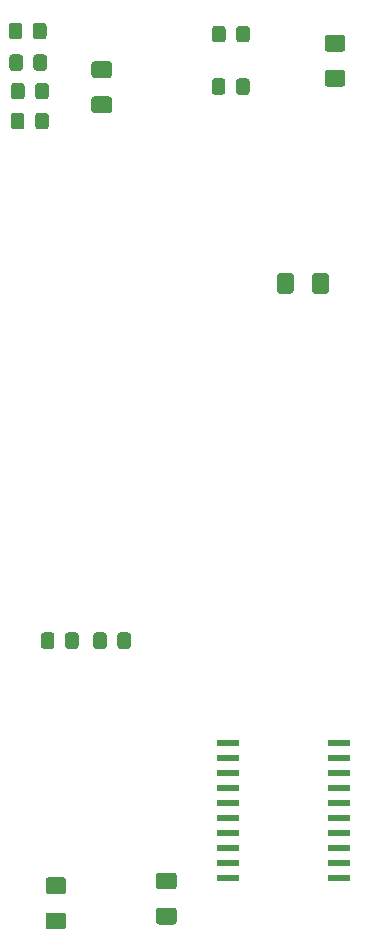
<source format=gbr>
%TF.GenerationSoftware,KiCad,Pcbnew,5.1.9+dfsg1-1+deb11u1*%
%TF.CreationDate,2024-10-31T16:52:42-07:00*%
%TF.ProjectId,8051,38303531-2e6b-4696-9361-645f70636258,rev?*%
%TF.SameCoordinates,Original*%
%TF.FileFunction,Paste,Bot*%
%TF.FilePolarity,Positive*%
%FSLAX46Y46*%
G04 Gerber Fmt 4.6, Leading zero omitted, Abs format (unit mm)*
G04 Created by KiCad (PCBNEW 5.1.9+dfsg1-1+deb11u1) date 2024-10-31 16:52:42*
%MOMM*%
%LPD*%
G01*
G04 APERTURE LIST*
%ADD10R,1.950000X0.600000*%
G04 APERTURE END LIST*
%TO.C,C8*%
G36*
G01*
X102875000Y-68775000D02*
X104125000Y-68775000D01*
G75*
G02*
X104375000Y-69025000I0J-250000D01*
G01*
X104375000Y-69950000D01*
G75*
G02*
X104125000Y-70200000I-250000J0D01*
G01*
X102875000Y-70200000D01*
G75*
G02*
X102625000Y-69950000I0J250000D01*
G01*
X102625000Y-69025000D01*
G75*
G02*
X102875000Y-68775000I250000J0D01*
G01*
G37*
G36*
G01*
X102875000Y-65800000D02*
X104125000Y-65800000D01*
G75*
G02*
X104375000Y-66050000I0J-250000D01*
G01*
X104375000Y-66975000D01*
G75*
G02*
X104125000Y-67225000I-250000J0D01*
G01*
X102875000Y-67225000D01*
G75*
G02*
X102625000Y-66975000I0J250000D01*
G01*
X102625000Y-66050000D01*
G75*
G02*
X102875000Y-65800000I250000J0D01*
G01*
G37*
%TD*%
%TO.C,R9*%
G36*
G01*
X96959000Y-70415999D02*
X96959000Y-71316001D01*
G75*
G02*
X96709001Y-71566000I-249999J0D01*
G01*
X96058999Y-71566000D01*
G75*
G02*
X95809000Y-71316001I0J249999D01*
G01*
X95809000Y-70415999D01*
G75*
G02*
X96058999Y-70166000I249999J0D01*
G01*
X96709001Y-70166000D01*
G75*
G02*
X96959000Y-70415999I0J-249999D01*
G01*
G37*
G36*
G01*
X99009000Y-70415999D02*
X99009000Y-71316001D01*
G75*
G02*
X98759001Y-71566000I-249999J0D01*
G01*
X98108999Y-71566000D01*
G75*
G02*
X97859000Y-71316001I0J249999D01*
G01*
X97859000Y-70415999D01*
G75*
G02*
X98108999Y-70166000I249999J0D01*
G01*
X98759001Y-70166000D01*
G75*
G02*
X99009000Y-70415999I0J-249999D01*
G01*
G37*
%TD*%
%TO.C,R8*%
G36*
G01*
X96968000Y-67875999D02*
X96968000Y-68776001D01*
G75*
G02*
X96718001Y-69026000I-249999J0D01*
G01*
X96067999Y-69026000D01*
G75*
G02*
X95818000Y-68776001I0J249999D01*
G01*
X95818000Y-67875999D01*
G75*
G02*
X96067999Y-67626000I249999J0D01*
G01*
X96718001Y-67626000D01*
G75*
G02*
X96968000Y-67875999I0J-249999D01*
G01*
G37*
G36*
G01*
X99018000Y-67875999D02*
X99018000Y-68776001D01*
G75*
G02*
X98768001Y-69026000I-249999J0D01*
G01*
X98117999Y-69026000D01*
G75*
G02*
X97868000Y-68776001I0J249999D01*
G01*
X97868000Y-67875999D01*
G75*
G02*
X98117999Y-67626000I249999J0D01*
G01*
X98768001Y-67626000D01*
G75*
G02*
X99018000Y-67875999I0J-249999D01*
G01*
G37*
%TD*%
%TO.C,R7*%
G36*
G01*
X96823000Y-65462999D02*
X96823000Y-66363001D01*
G75*
G02*
X96573001Y-66613000I-249999J0D01*
G01*
X95922999Y-66613000D01*
G75*
G02*
X95673000Y-66363001I0J249999D01*
G01*
X95673000Y-65462999D01*
G75*
G02*
X95922999Y-65213000I249999J0D01*
G01*
X96573001Y-65213000D01*
G75*
G02*
X96823000Y-65462999I0J-249999D01*
G01*
G37*
G36*
G01*
X98873000Y-65462999D02*
X98873000Y-66363001D01*
G75*
G02*
X98623001Y-66613000I-249999J0D01*
G01*
X97972999Y-66613000D01*
G75*
G02*
X97723000Y-66363001I0J249999D01*
G01*
X97723000Y-65462999D01*
G75*
G02*
X97972999Y-65213000I249999J0D01*
G01*
X98623001Y-65213000D01*
G75*
G02*
X98873000Y-65462999I0J-249999D01*
G01*
G37*
%TD*%
%TO.C,R1*%
G36*
G01*
X96775000Y-62799999D02*
X96775000Y-63700001D01*
G75*
G02*
X96525001Y-63950000I-249999J0D01*
G01*
X95874999Y-63950000D01*
G75*
G02*
X95625000Y-63700001I0J249999D01*
G01*
X95625000Y-62799999D01*
G75*
G02*
X95874999Y-62550000I249999J0D01*
G01*
X96525001Y-62550000D01*
G75*
G02*
X96775000Y-62799999I0J-249999D01*
G01*
G37*
G36*
G01*
X98825000Y-62799999D02*
X98825000Y-63700001D01*
G75*
G02*
X98575001Y-63950000I-249999J0D01*
G01*
X97924999Y-63950000D01*
G75*
G02*
X97675000Y-63700001I0J249999D01*
G01*
X97675000Y-62799999D01*
G75*
G02*
X97924999Y-62550000I249999J0D01*
G01*
X98575001Y-62550000D01*
G75*
G02*
X98825000Y-62799999I0J-249999D01*
G01*
G37*
%TD*%
%TO.C,R6*%
G36*
G01*
X103935000Y-114408799D02*
X103935000Y-115308801D01*
G75*
G02*
X103685001Y-115558800I-249999J0D01*
G01*
X103034999Y-115558800D01*
G75*
G02*
X102785000Y-115308801I0J249999D01*
G01*
X102785000Y-114408799D01*
G75*
G02*
X103034999Y-114158800I249999J0D01*
G01*
X103685001Y-114158800D01*
G75*
G02*
X103935000Y-114408799I0J-249999D01*
G01*
G37*
G36*
G01*
X105985000Y-114408799D02*
X105985000Y-115308801D01*
G75*
G02*
X105735001Y-115558800I-249999J0D01*
G01*
X105084999Y-115558800D01*
G75*
G02*
X104835000Y-115308801I0J249999D01*
G01*
X104835000Y-114408799D01*
G75*
G02*
X105084999Y-114158800I249999J0D01*
G01*
X105735001Y-114158800D01*
G75*
G02*
X105985000Y-114408799I0J-249999D01*
G01*
G37*
%TD*%
%TO.C,R4*%
G36*
G01*
X99490000Y-114408799D02*
X99490000Y-115308801D01*
G75*
G02*
X99240001Y-115558800I-249999J0D01*
G01*
X98589999Y-115558800D01*
G75*
G02*
X98340000Y-115308801I0J249999D01*
G01*
X98340000Y-114408799D01*
G75*
G02*
X98589999Y-114158800I249999J0D01*
G01*
X99240001Y-114158800D01*
G75*
G02*
X99490000Y-114408799I0J-249999D01*
G01*
G37*
G36*
G01*
X101540000Y-114408799D02*
X101540000Y-115308801D01*
G75*
G02*
X101290001Y-115558800I-249999J0D01*
G01*
X100639999Y-115558800D01*
G75*
G02*
X100390000Y-115308801I0J249999D01*
G01*
X100390000Y-114408799D01*
G75*
G02*
X100639999Y-114158800I249999J0D01*
G01*
X101290001Y-114158800D01*
G75*
G02*
X101540000Y-114408799I0J-249999D01*
G01*
G37*
%TD*%
%TO.C,R3*%
G36*
G01*
X113968000Y-67494999D02*
X113968000Y-68395001D01*
G75*
G02*
X113718001Y-68645000I-249999J0D01*
G01*
X113067999Y-68645000D01*
G75*
G02*
X112818000Y-68395001I0J249999D01*
G01*
X112818000Y-67494999D01*
G75*
G02*
X113067999Y-67245000I249999J0D01*
G01*
X113718001Y-67245000D01*
G75*
G02*
X113968000Y-67494999I0J-249999D01*
G01*
G37*
G36*
G01*
X116018000Y-67494999D02*
X116018000Y-68395001D01*
G75*
G02*
X115768001Y-68645000I-249999J0D01*
G01*
X115117999Y-68645000D01*
G75*
G02*
X114868000Y-68395001I0J249999D01*
G01*
X114868000Y-67494999D01*
G75*
G02*
X115117999Y-67245000I249999J0D01*
G01*
X115768001Y-67245000D01*
G75*
G02*
X116018000Y-67494999I0J-249999D01*
G01*
G37*
%TD*%
%TO.C,R2*%
G36*
G01*
X113986000Y-63049999D02*
X113986000Y-63950001D01*
G75*
G02*
X113736001Y-64200000I-249999J0D01*
G01*
X113085999Y-64200000D01*
G75*
G02*
X112836000Y-63950001I0J249999D01*
G01*
X112836000Y-63049999D01*
G75*
G02*
X113085999Y-62800000I249999J0D01*
G01*
X113736001Y-62800000D01*
G75*
G02*
X113986000Y-63049999I0J-249999D01*
G01*
G37*
G36*
G01*
X116036000Y-63049999D02*
X116036000Y-63950001D01*
G75*
G02*
X115786001Y-64200000I-249999J0D01*
G01*
X115135999Y-64200000D01*
G75*
G02*
X114886000Y-63950001I0J249999D01*
G01*
X114886000Y-63049999D01*
G75*
G02*
X115135999Y-62800000I249999J0D01*
G01*
X115786001Y-62800000D01*
G75*
G02*
X116036000Y-63049999I0J-249999D01*
G01*
G37*
%TD*%
%TO.C,C7*%
G36*
G01*
X98993800Y-137869900D02*
X100243800Y-137869900D01*
G75*
G02*
X100493800Y-138119900I0J-250000D01*
G01*
X100493800Y-139044900D01*
G75*
G02*
X100243800Y-139294900I-250000J0D01*
G01*
X98993800Y-139294900D01*
G75*
G02*
X98743800Y-139044900I0J250000D01*
G01*
X98743800Y-138119900D01*
G75*
G02*
X98993800Y-137869900I250000J0D01*
G01*
G37*
G36*
G01*
X98993800Y-134894900D02*
X100243800Y-134894900D01*
G75*
G02*
X100493800Y-135144900I0J-250000D01*
G01*
X100493800Y-136069900D01*
G75*
G02*
X100243800Y-136319900I-250000J0D01*
G01*
X98993800Y-136319900D01*
G75*
G02*
X98743800Y-136069900I0J250000D01*
G01*
X98743800Y-135144900D01*
G75*
G02*
X98993800Y-134894900I250000J0D01*
G01*
G37*
%TD*%
%TO.C,C6*%
G36*
G01*
X108341000Y-137463500D02*
X109591000Y-137463500D01*
G75*
G02*
X109841000Y-137713500I0J-250000D01*
G01*
X109841000Y-138638500D01*
G75*
G02*
X109591000Y-138888500I-250000J0D01*
G01*
X108341000Y-138888500D01*
G75*
G02*
X108091000Y-138638500I0J250000D01*
G01*
X108091000Y-137713500D01*
G75*
G02*
X108341000Y-137463500I250000J0D01*
G01*
G37*
G36*
G01*
X108341000Y-134488500D02*
X109591000Y-134488500D01*
G75*
G02*
X109841000Y-134738500I0J-250000D01*
G01*
X109841000Y-135663500D01*
G75*
G02*
X109591000Y-135913500I-250000J0D01*
G01*
X108341000Y-135913500D01*
G75*
G02*
X108091000Y-135663500I0J250000D01*
G01*
X108091000Y-134738500D01*
G75*
G02*
X108341000Y-134488500I250000J0D01*
G01*
G37*
%TD*%
%TO.C,C5*%
G36*
G01*
X119759100Y-83982400D02*
X119759100Y-85232400D01*
G75*
G02*
X119509100Y-85482400I-250000J0D01*
G01*
X118584100Y-85482400D01*
G75*
G02*
X118334100Y-85232400I0J250000D01*
G01*
X118334100Y-83982400D01*
G75*
G02*
X118584100Y-83732400I250000J0D01*
G01*
X119509100Y-83732400D01*
G75*
G02*
X119759100Y-83982400I0J-250000D01*
G01*
G37*
G36*
G01*
X122734100Y-83982400D02*
X122734100Y-85232400D01*
G75*
G02*
X122484100Y-85482400I-250000J0D01*
G01*
X121559100Y-85482400D01*
G75*
G02*
X121309100Y-85232400I0J250000D01*
G01*
X121309100Y-83982400D01*
G75*
G02*
X121559100Y-83732400I250000J0D01*
G01*
X122484100Y-83732400D01*
G75*
G02*
X122734100Y-83982400I0J-250000D01*
G01*
G37*
%TD*%
D10*
%TO.C,U4*%
X123598400Y-134924800D03*
X123598400Y-133654800D03*
X123598400Y-132384800D03*
X123598400Y-131114800D03*
X123598400Y-129844800D03*
X123598400Y-128574800D03*
X123598400Y-127304800D03*
X123598400Y-126034800D03*
X123598400Y-124764800D03*
X123598400Y-123494800D03*
X114198400Y-123494800D03*
X114198400Y-124764800D03*
X114198400Y-126034800D03*
X114198400Y-127304800D03*
X114198400Y-128574800D03*
X114198400Y-129844800D03*
X114198400Y-131114800D03*
X114198400Y-132384800D03*
X114198400Y-133654800D03*
X114198400Y-134924800D03*
%TD*%
%TO.C,C3*%
G36*
G01*
X122625000Y-66537500D02*
X123875000Y-66537500D01*
G75*
G02*
X124125000Y-66787500I0J-250000D01*
G01*
X124125000Y-67712500D01*
G75*
G02*
X123875000Y-67962500I-250000J0D01*
G01*
X122625000Y-67962500D01*
G75*
G02*
X122375000Y-67712500I0J250000D01*
G01*
X122375000Y-66787500D01*
G75*
G02*
X122625000Y-66537500I250000J0D01*
G01*
G37*
G36*
G01*
X122625000Y-63562500D02*
X123875000Y-63562500D01*
G75*
G02*
X124125000Y-63812500I0J-250000D01*
G01*
X124125000Y-64737500D01*
G75*
G02*
X123875000Y-64987500I-250000J0D01*
G01*
X122625000Y-64987500D01*
G75*
G02*
X122375000Y-64737500I0J250000D01*
G01*
X122375000Y-63812500D01*
G75*
G02*
X122625000Y-63562500I250000J0D01*
G01*
G37*
%TD*%
M02*

</source>
